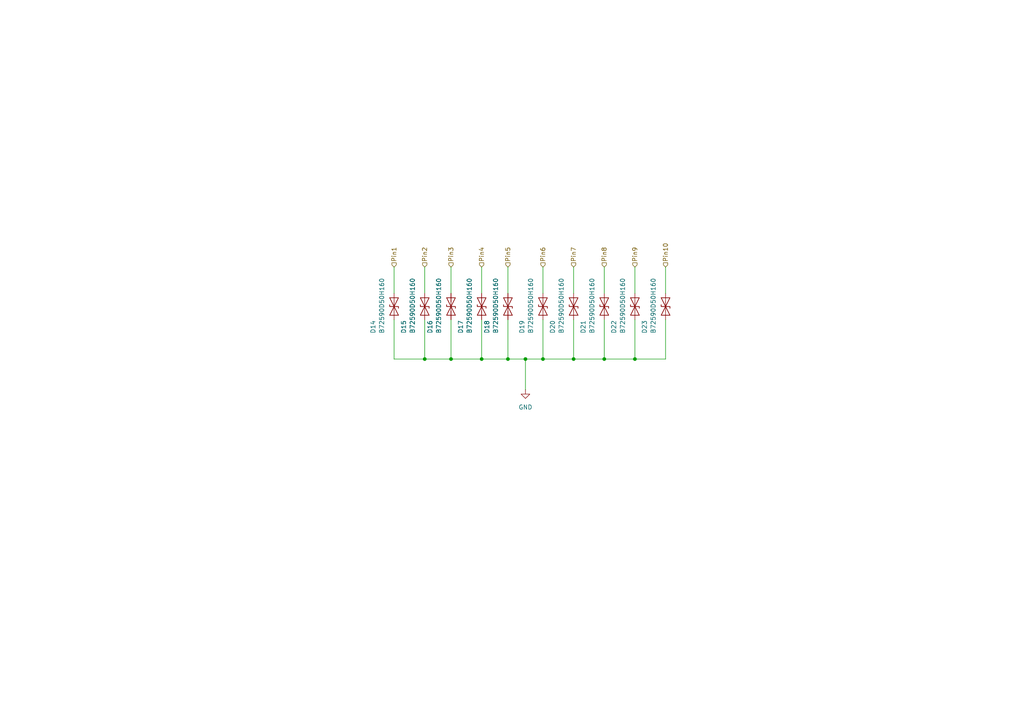
<source format=kicad_sch>
(kicad_sch (version 20250114) (generator "eeschema") (generator_version "9.0")
  (paper "A4")
  (lib_symbols
    (symbol "MYLIB_Misc:ESD_Diode_5V6" (pin_numbers (hide yes)) (pin_names (hide yes))
      (property "Reference" "D" (at 0 5.588 0))
      (property "Value" "B72590D50H160" (at 0 3.302 0))
      (symbol "ESD_Diode_5V6_0_1"
        (polyline (pts (xy -2.54 -1.27) (xy 0 0) (xy -2.54 1.27) (xy -2.54 -1.27)) (stroke (width 0.2032)))
        (polyline (pts (xy 0.508 1.27) (xy 0 1.27) (xy 0 -1.27) (xy -0.508 -1.27)) (stroke (width 0.2032)))
        (polyline (pts (xy 1.27 0) (xy -1.27 0)))
        (polyline (pts (xy 2.54 1.27) (xy 2.54 -1.27) (xy 0 0) (xy 2.54 1.27)) (stroke (width 0.2032)))
      )
      (symbol "ESD_Diode_5V6_1_1"
        (pin passive line (at -3.81 0 0) (length 2.54) (name "A1") (number "1"))
        (pin passive line (at 3.81 0 180) (length 2.54) (name "A2") (number "2"))
      )
    )
    (symbol "power:GND" (power) (pin_numbers (hide yes)) (pin_names (offset 0) (hide yes))
      (property "Value" "GND" (at 0 -3.81 0))
      (symbol "GND_0_1"
        (polyline (pts (xy 0 0) (xy 0 -1.27) (xy 1.27 -1.27) (xy 0 -2.54) (xy -1.27 -1.27) (xy 0 -1.27)))
      )
      (symbol "GND_1_1"
        (pin power_in line (at 0 0 270) (length 0) (name "~") (number "1"))
      )
    )
  )
  (junction (at 152.4 104.14))
  (junction (at 139.7 104.14))
  (junction (at 157.48 104.14))
  (junction (at 147.32 104.14))
  (junction (at 130.81 104.14))
  (junction (at 123.19 104.14))
  (junction (at 175.26 104.14))
  (junction (at 166.37 104.14))
  (junction (at 184.15 104.14))
  (wire (pts (xy 139.7 77.47) (xy 139.7 85.09)))
  (wire (pts (xy 184.15 104.14) (xy 193.04 104.14)))
  (wire (pts (xy 114.3 104.14) (xy 123.19 104.14)))
  (wire (pts (xy 152.4 113.03) (xy 152.4 104.14)))
  (wire (pts (xy 184.15 92.71) (xy 184.15 104.14)))
  (wire (pts (xy 152.4 104.14) (xy 157.48 104.14)))
  (wire (pts (xy 114.3 77.47) (xy 114.3 85.09)))
  (wire (pts (xy 175.26 104.14) (xy 184.15 104.14)))
  (wire (pts (xy 157.48 92.71) (xy 157.48 104.14)))
  (wire (pts (xy 175.26 77.47) (xy 175.26 85.09)))
  (wire (pts (xy 139.7 92.71) (xy 139.7 104.14)))
  (wire (pts (xy 166.37 92.71) (xy 166.37 104.14)))
  (wire (pts (xy 130.81 104.14) (xy 139.7 104.14)))
  (wire (pts (xy 157.48 104.14) (xy 166.37 104.14)))
  (wire (pts (xy 166.37 104.14) (xy 175.26 104.14)))
  (wire (pts (xy 193.04 77.47) (xy 193.04 85.09)))
  (wire (pts (xy 157.48 77.47) (xy 157.48 85.09)))
  (wire (pts (xy 123.19 77.47) (xy 123.19 85.09)))
  (wire (pts (xy 123.19 92.71) (xy 123.19 104.14)))
  (wire (pts (xy 175.26 92.71) (xy 175.26 104.14)))
  (wire (pts (xy 147.32 104.14) (xy 152.4 104.14)))
  (wire (pts (xy 123.19 104.14) (xy 130.81 104.14)))
  (wire (pts (xy 166.37 77.47) (xy 166.37 85.09)))
  (wire (pts (xy 114.3 92.71) (xy 114.3 104.14)))
  (wire (pts (xy 130.81 92.71) (xy 130.81 104.14)))
  (wire (pts (xy 139.7 104.14) (xy 147.32 104.14)))
  (wire (pts (xy 147.32 92.71) (xy 147.32 104.14)))
  (wire (pts (xy 147.32 77.47) (xy 147.32 85.09)))
  (wire (pts (xy 193.04 104.14) (xy 193.04 92.71)))
  (wire (pts (xy 130.81 77.47) (xy 130.81 85.09)))
  (wire (pts (xy 184.15 77.47) (xy 184.15 85.09)))
  (hierarchical_label "Pin9" (shape input) (at 184.15 77.47 90))
  (hierarchical_label "Pin4" (shape input) (at 139.7 77.47 90))
  (hierarchical_label "Pin1" (shape input) (at 114.3 77.47 90))
  (hierarchical_label "Pin2" (shape input) (at 123.19 77.47 90))
  (hierarchical_label "Pin10" (shape input) (at 193.04 77.47 90))
  (hierarchical_label "Pin6" (shape input) (at 157.48 77.47 90))
  (hierarchical_label "Pin5" (shape input) (at 147.32 77.47 90))
  (hierarchical_label "Pin7" (shape input) (at 166.37 77.47 90))
  (hierarchical_label "Pin8" (shape input) (at 175.26 77.47 90))
  (hierarchical_label "Pin3" (shape input) (at 130.81 77.47 90))
  (symbol (lib_id "MYLIB_Misc:ESD_Diode_5V6") (at 139.7 88.9 270) (unit 1)
    (property "Reference" "D17" (at 133.604 96.774 0) (effects (justify right)))
    (property "Value" "B72590D50H160" (at 136.144 96.774 0) (effects (justify right)))
    (property "Footprint" "Capacitor_SMD:C_0402_1005Metric_Pad0.74x0.62mm_HandSolder" (effects (hide yes)))
    (property "Datasheet" "https://www.tdk-electronics.tdk.com/inf/75/ds/High_speed_series.pdf" (effects (hide yes)))
    (property "Description" "ESD Diode, maximal 5.6V DC" (effects (hide yes)))
    (property "Mouser nr." "871-B72590D50H160 " (effects (hide yes)))
  )
  (symbol (lib_id "MYLIB_Misc:ESD_Diode_5V6") (at 175.26 88.9 270) (unit 1)
    (property "Reference" "D21" (at 169.164 96.774 0) (effects (justify right)))
    (property "Value" "B72590D50H160" (at 171.704 96.774 0) (effects (justify right)))
    (property "Footprint" "Capacitor_SMD:C_0402_1005Metric_Pad0.74x0.62mm_HandSolder" (effects (hide yes)))
    (property "Datasheet" "https://www.tdk-electronics.tdk.com/inf/75/ds/High_speed_series.pdf" (effects (hide yes)))
    (property "Description" "ESD Diode, maximal 5.6V DC" (effects (hide yes)))
    (property "Mouser nr." "871-B72590D50H160 " (effects (hide yes)))
  )
  (symbol (lib_id "MYLIB_Misc:ESD_Diode_5V6") (at 114.3 88.9 270) (unit 1)
    (property "Reference" "D14" (at 108.204 96.774 0) (effects (justify right)))
    (property "Value" "B72590D50H160" (at 110.744 96.774 0) (effects (justify right)))
    (property "Footprint" "Capacitor_SMD:C_0402_1005Metric_Pad0.74x0.62mm_HandSolder" (effects (hide yes)))
    (property "Datasheet" "https://www.tdk-electronics.tdk.com/inf/75/ds/High_speed_series.pdf" (effects (hide yes)))
    (property "Description" "ESD Diode, maximal 5.6V DC" (effects (hide yes)))
    (property "Mouser nr." "871-B72590D50H160 " (effects (hide yes)))
  )
  (symbol (lib_id "MYLIB_Misc:ESD_Diode_5V6") (at 123.19 88.9 270) (unit 1)
    (property "Reference" "D15" (at 117.094 96.774 0) (effects (justify right)))
    (property "Value" "B72590D50H160" (at 119.634 96.774 0) (effects (justify right)))
    (property "Footprint" "Capacitor_SMD:C_0402_1005Metric_Pad0.74x0.62mm_HandSolder" (effects (hide yes)))
    (property "Datasheet" "https://www.tdk-electronics.tdk.com/inf/75/ds/High_speed_series.pdf" (effects (hide yes)))
    (property "Description" "ESD Diode, maximal 5.6V DC" (effects (hide yes)))
    (property "Mouser nr." "871-B72590D50H160 " (effects (hide yes)))
  )
  (symbol (lib_id "MYLIB_Misc:ESD_Diode_5V6") (at 147.32 88.9 270) (unit 1)
    (property "Reference" "D18" (at 141.224 96.774 0) (effects (justify right)))
    (property "Value" "B72590D50H160" (at 143.764 96.774 0) (effects (justify right)))
    (property "Footprint" "Capacitor_SMD:C_0402_1005Metric_Pad0.74x0.62mm_HandSolder" (effects (hide yes)))
    (property "Datasheet" "https://www.tdk-electronics.tdk.com/inf/75/ds/High_speed_series.pdf" (effects (hide yes)))
    (property "Description" "ESD Diode, maximal 5.6V DC" (effects (hide yes)))
    (property "Mouser nr." "871-B72590D50H160 " (effects (hide yes)))
  )
  (symbol (lib_id "MYLIB_Misc:ESD_Diode_5V6") (at 130.81 88.9 270) (unit 1)
    (property "Reference" "D16" (at 124.714 96.774 0) (effects (justify right)))
    (property "Value" "B72590D50H160" (at 127.254 96.774 0) (effects (justify right)))
    (property "Footprint" "Capacitor_SMD:C_0402_1005Metric_Pad0.74x0.62mm_HandSolder" (effects (hide yes)))
    (property "Datasheet" "https://www.tdk-electronics.tdk.com/inf/75/ds/High_speed_series.pdf" (effects (hide yes)))
    (property "Description" "ESD Diode, maximal 5.6V DC" (effects (hide yes)))
    (property "Mouser nr." "871-B72590D50H160 " (effects (hide yes)))
  )
  (symbol (lib_id "power:GND") (at 152.4 113.03 0) (unit 1)
    (property "Reference" "#PWR0277" (effects (hide yes)))
    (property "Value" "GND" (at 152.4 118.11 0))
    (property "Description" "Power symbol creates a global label with name \"GND\" , ground" (effects (hide yes)))
  )
  (symbol (lib_id "MYLIB_Misc:ESD_Diode_5V6") (at 157.48 88.9 270) (unit 1)
    (property "Reference" "D19" (at 151.384 96.774 0) (effects (justify right)))
    (property "Value" "B72590D50H160" (at 153.924 96.774 0) (effects (justify right)))
    (property "Footprint" "Capacitor_SMD:C_0402_1005Metric_Pad0.74x0.62mm_HandSolder" (effects (hide yes)))
    (property "Datasheet" "https://www.tdk-electronics.tdk.com/inf/75/ds/High_speed_series.pdf" (effects (hide yes)))
    (property "Description" "ESD Diode, maximal 5.6V DC" (effects (hide yes)))
    (property "Mouser nr." "871-B72590D50H160 " (effects (hide yes)))
  )
  (symbol (lib_id "MYLIB_Misc:ESD_Diode_5V6") (at 193.04 88.9 270) (unit 1)
    (property "Reference" "D23" (at 186.944 96.774 0) (effects (justify right)))
    (property "Value" "B72590D50H160" (at 189.484 96.774 0) (effects (justify right)))
    (property "Footprint" "Capacitor_SMD:C_0402_1005Metric_Pad0.74x0.62mm_HandSolder" (effects (hide yes)))
    (property "Datasheet" "https://www.tdk-electronics.tdk.com/inf/75/ds/High_speed_series.pdf" (effects (hide yes)))
    (property "Description" "ESD Diode, maximal 5.6V DC" (effects (hide yes)))
    (property "Mouser nr." "871-B72590D50H160 " (effects (hide yes)))
  )
  (symbol (lib_id "MYLIB_Misc:ESD_Diode_5V6") (at 184.15 88.9 270) (unit 1)
    (property "Reference" "D22" (at 178.054 96.774 0) (effects (justify right)))
    (property "Value" "B72590D50H160" (at 180.594 96.774 0) (effects (justify right)))
    (property "Footprint" "Capacitor_SMD:C_0402_1005Metric_Pad0.74x0.62mm_HandSolder" (effects (hide yes)))
    (property "Datasheet" "https://www.tdk-electronics.tdk.com/inf/75/ds/High_speed_series.pdf" (effects (hide yes)))
    (property "Description" "ESD Diode, maximal 5.6V DC" (effects (hide yes)))
    (property "Mouser nr." "871-B72590D50H160 " (effects (hide yes)))
  )
  (symbol (lib_id "MYLIB_Misc:ESD_Diode_5V6") (at 166.37 88.9 270) (unit 1)
    (property "Reference" "D20" (at 160.274 96.774 0) (effects (justify right)))
    (property "Value" "B72590D50H160" (at 162.814 96.774 0) (effects (justify right)))
    (property "Footprint" "Capacitor_SMD:C_0402_1005Metric_Pad0.74x0.62mm_HandSolder" (effects (hide yes)))
    (property "Datasheet" "https://www.tdk-electronics.tdk.com/inf/75/ds/High_speed_series.pdf" (effects (hide yes)))
    (property "Description" "ESD Diode, maximal 5.6V DC" (effects (hide yes)))
    (property "Mouser nr." "871-B72590D50H160 " (effects (hide yes)))
  )
)
</source>
